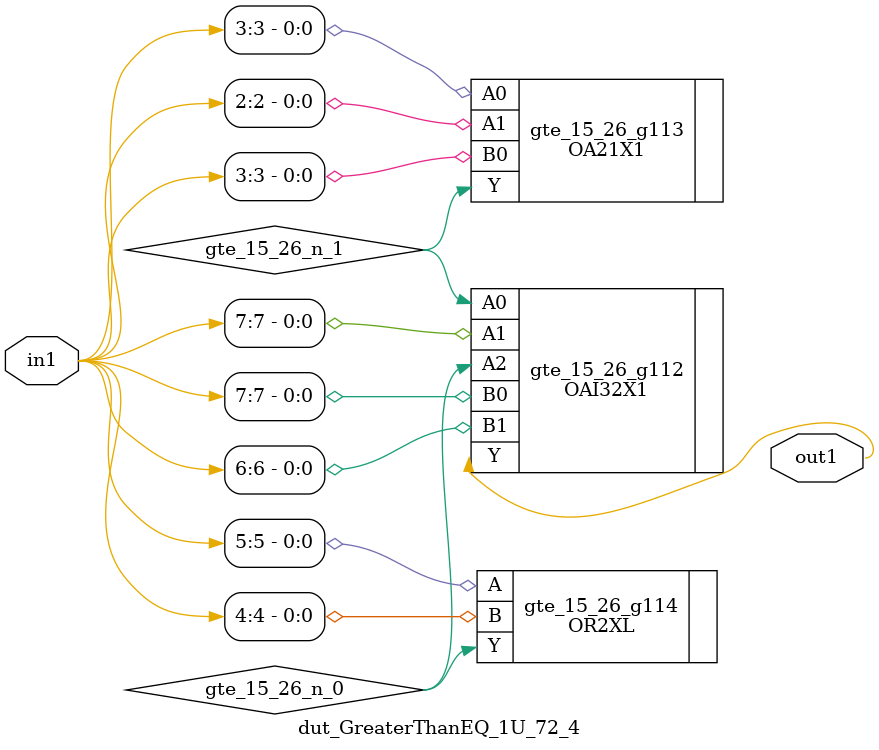
<source format=v>
`timescale 1ps / 1ps


module dut_GreaterThanEQ_1U_72_4(in1, out1);
  input [7:0] in1;
  output out1;
  wire [7:0] in1;
  wire out1;
  wire gte_15_26_n_0, gte_15_26_n_1;
  OAI32X1 gte_15_26_g112(.A0 (gte_15_26_n_1), .A1 (in1[7]), .A2
       (gte_15_26_n_0), .B0 (in1[7]), .B1 (in1[6]), .Y (out1));
  OA21X1 gte_15_26_g113(.A0 (in1[3]), .A1 (in1[2]), .B0 (in1[3]), .Y
       (gte_15_26_n_1));
  OR2XL gte_15_26_g114(.A (in1[5]), .B (in1[4]), .Y (gte_15_26_n_0));
endmodule



</source>
